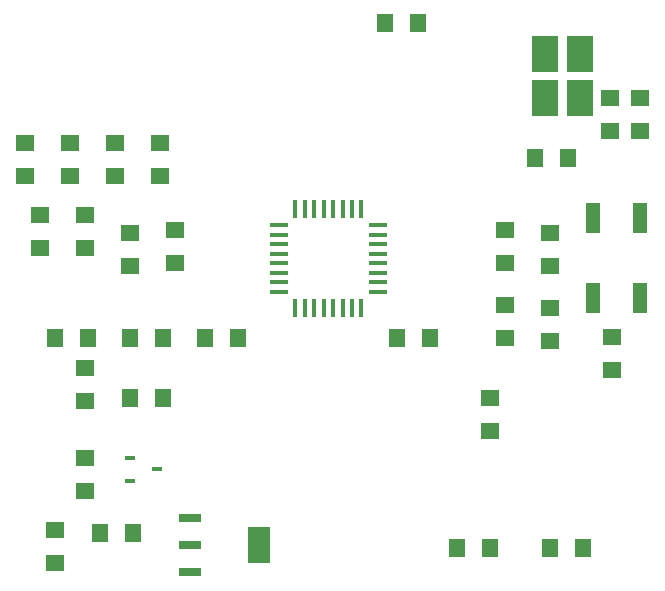
<source format=gbr>
G04 DipTrace Beta 2.3.9.1*
%INTopPaste.gbr*%
%MOIN*%
%ADD54R,0.0901X0.1221*%
%ADD60R,0.0768X0.1201*%
%ADD62R,0.0768X0.0295*%
%ADD64R,0.0335X0.0177*%
%ADD68R,0.0591X0.0118*%
%ADD70R,0.0118X0.0591*%
%ADD72R,0.0472X0.1004*%
%ADD78R,0.063X0.0551*%
%ADD80R,0.0551X0.063*%
%FSLAX44Y44*%
G04*
G70*
G90*
G75*
G01*
%LNTopPaste*%
%LPD*%
D80*
X19437Y12937D3*
X18335D3*
X17937Y23437D3*
X19039D3*
D78*
X23437Y16437D3*
Y15335D3*
Y13937D3*
Y12835D3*
X6937Y5437D3*
Y6539D3*
X7937Y8937D3*
Y7835D3*
D80*
X8437Y6437D3*
X9539D3*
X9437Y10937D3*
X10539D3*
D78*
X7937Y11937D3*
Y10835D3*
X6437Y15937D3*
Y17039D3*
X7937Y15937D3*
Y17039D3*
D80*
X11937Y12937D3*
X13039D3*
D78*
X10937Y15437D3*
Y16539D3*
X21437Y10937D3*
Y9835D3*
X25488Y12988D3*
Y11886D3*
D80*
X21437Y5937D3*
X20335D3*
X23437D3*
X24539D3*
X9437Y12937D3*
X10539D3*
D78*
X21937Y15437D3*
Y16539D3*
Y12937D3*
Y14039D3*
D80*
X6937Y12937D3*
X8039D3*
D78*
X5937Y18335D3*
Y19437D3*
X7437Y18335D3*
Y19437D3*
X10437D3*
Y18335D3*
X8937Y19437D3*
Y18335D3*
D80*
X22937Y18937D3*
X24039D3*
D78*
X26437Y20937D3*
Y19835D3*
X25437Y20937D3*
Y19835D3*
X9437Y16437D3*
Y15335D3*
D72*
X26437Y16937D3*
Y14280D3*
X24862Y16937D3*
Y14280D3*
D70*
X14937Y13937D3*
X15252D3*
X15567D3*
X15882D3*
X16197D3*
X16512D3*
X16827D3*
X17142D3*
D68*
X17693Y14488D3*
Y14803D3*
Y15118D3*
Y15433D3*
Y15748D3*
Y16063D3*
Y16378D3*
Y16693D3*
D70*
X17142Y17244D3*
X16827D3*
X16512D3*
X16197D3*
X15882D3*
X15567D3*
X15252D3*
X14937D3*
D68*
X14386Y16693D3*
Y16378D3*
Y16063D3*
Y15748D3*
Y15433D3*
Y15118D3*
Y14803D3*
Y14488D3*
D64*
X9437Y8937D3*
Y8189D3*
X10343Y8563D3*
D62*
X11437Y6937D3*
Y6031D3*
Y5126D3*
D60*
X13720Y6031D3*
D54*
X24437Y20937D3*
Y22397D3*
X23257D3*
Y20937D3*
M02*

</source>
